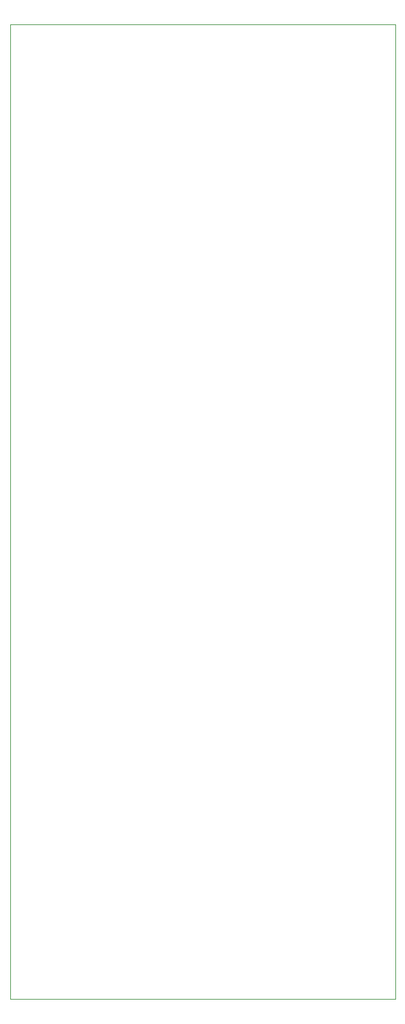
<source format=gbr>
%TF.GenerationSoftware,KiCad,Pcbnew,8.0.7*%
%TF.CreationDate,2025-01-10T22:24:24-05:00*%
%TF.ProjectId,front panel,66726f6e-7420-4706-916e-656c2e6b6963,B*%
%TF.SameCoordinates,Original*%
%TF.FileFunction,Profile,NP*%
%FSLAX46Y46*%
G04 Gerber Fmt 4.6, Leading zero omitted, Abs format (unit mm)*
G04 Created by KiCad (PCBNEW 8.0.7) date 2025-01-10 22:24:24*
%MOMM*%
%LPD*%
G01*
G04 APERTURE LIST*
%TA.AperFunction,Profile*%
%ADD10C,0.100000*%
%TD*%
G04 APERTURE END LIST*
D10*
X88900000Y-50673000D02*
X139700000Y-50673000D01*
X139700000Y-179197000D01*
X88900000Y-179197000D01*
X88900000Y-50673000D01*
M02*

</source>
